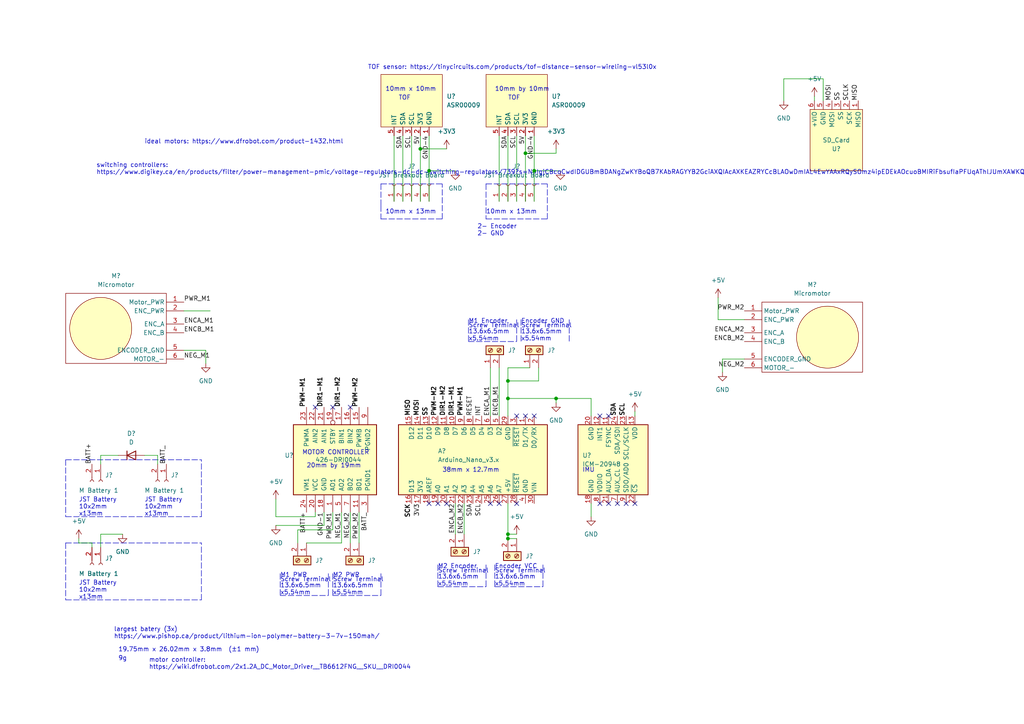
<source format=kicad_sch>
(kicad_sch (version 20211123) (generator eeschema)
  (paper "A4")
  (lib_symbols
    (symbol "Connector:Conn_01x02_Female" (pin_names (offset 1.016) hide)
      (property "Reference" "J" (at 0 2.54 0))
      (property "Value" "Conn_01x02_Female" (at 0 -5.08 0))
      (symbol "Conn_01x02_Female_1_1"
        (arc (start 0 -2.032) (mid -0.508 -2.54) (end 0 -3.048) (stroke (width 0.1524)))
        (polyline (pts (xy -1.27 -2.54) (xy -0.508 -2.54)) (stroke (width 0.1524)))
        (polyline (pts (xy -1.27 0) (xy -0.508 0)) (stroke (width 0.1524)))
        (arc (start 0 0.508) (mid -0.508 0) (end 0 -0.508) (stroke (width 0.1524)))
        (pin passive line (at -5.08 0 0) (length 3.81) (name "Pin_1") (number "1"))
        (pin passive line (at -5.08 -2.54 0) (length 3.81) (name "Pin_2") (number "2"))
      )
    )
    (symbol "Connector:Conn_01x05_Female" (pin_names (offset 1.016) hide)
      (property "Reference" "J" (at 0 7.62 0))
      (property "Value" "Conn_01x05_Female" (at 0 -7.62 0))
      (symbol "Conn_01x05_Female_1_1"
        (arc (start 0 -4.572) (mid -0.508 -5.08) (end 0 -5.588) (stroke (width 0.1524)))
        (arc (start 0 -2.032) (mid -0.508 -2.54) (end 0 -3.048) (stroke (width 0.1524)))
        (polyline (pts (xy -1.27 -5.08) (xy -0.508 -5.08)) (stroke (width 0.1524)))
        (polyline (pts (xy -1.27 -2.54) (xy -0.508 -2.54)) (stroke (width 0.1524)))
        (polyline (pts (xy -1.27 0) (xy -0.508 0)) (stroke (width 0.1524)))
        (polyline (pts (xy -1.27 2.54) (xy -0.508 2.54)) (stroke (width 0.1524)))
        (polyline (pts (xy -1.27 5.08) (xy -0.508 5.08)) (stroke (width 0.1524)))
        (arc (start 0 0.508) (mid -0.508 0) (end 0 -0.508) (stroke (width 0.1524)))
        (arc (start 0 3.048) (mid -0.508 2.54) (end 0 2.032) (stroke (width 0.1524)))
        (arc (start 0 5.588) (mid -0.508 5.08) (end 0 4.572) (stroke (width 0.1524)))
        (pin passive line (at -5.08 5.08 0) (length 3.81) (name "Pin_1") (number "1"))
        (pin passive line (at -5.08 2.54 0) (length 3.81) (name "Pin_2") (number "2"))
        (pin passive line (at -5.08 0 0) (length 3.81) (name "Pin_3") (number "3"))
        (pin passive line (at -5.08 -2.54 0) (length 3.81) (name "Pin_4") (number "4"))
        (pin passive line (at -5.08 -5.08 0) (length 3.81) (name "Pin_5") (number "5"))
      )
    )
    (symbol "Connector:Screw_Terminal_01x02" (pin_names (offset 1.016) hide)
      (property "Reference" "J" (at 0 2.54 0))
      (property "Value" "Screw_Terminal_01x02" (at 0 -5.08 0))
      (symbol "Screw_Terminal_01x02_1_1"
        (rectangle (start -1.27 1.27) (end 1.27 -3.81) (stroke (width 0.254)) (fill (type background)))
        (circle (center 0 -2.54) (radius 0.635) (stroke (width 0.1524)))
        (polyline (pts (xy -0.5334 -2.2098) (xy 0.3302 -3.048)) (stroke (width 0.1524)))
        (polyline (pts (xy -0.5334 0.3302) (xy 0.3302 -0.508)) (stroke (width 0.1524)))
        (polyline (pts (xy -0.3556 -2.032) (xy 0.508 -2.8702)) (stroke (width 0.1524)))
        (polyline (pts (xy -0.3556 0.508) (xy 0.508 -0.3302)) (stroke (width 0.1524)))
        (circle (center 0 0) (radius 0.635) (stroke (width 0.1524)))
        (pin passive line (at -5.08 0 0) (length 3.81) (name "Pin_1") (number "1"))
        (pin passive line (at -5.08 -2.54 0) (length 3.81) (name "Pin_2") (number "2"))
      )
    )
    (symbol "Device:D" (pin_numbers hide) (pin_names (offset 1.016) hide)
      (property "Reference" "D" (at 0 2.54 0))
      (property "Value" "D" (at 0 -2.54 0))
      (symbol "D_0_1"
        (polyline (pts (xy -1.27 1.27) (xy -1.27 -1.27)) (stroke (width 0.254)))
        (polyline (pts (xy 1.27 0) (xy -1.27 0)))
        (polyline (pts (xy 1.27 1.27) (xy 1.27 -1.27) (xy -1.27 0) (xy 1.27 1.27)) (stroke (width 0.254)))
      )
      (symbol "D_1_1"
        (pin passive line (at -3.81 0 0) (length 2.54) (name "K") (number "1"))
        (pin passive line (at 3.81 0 180) (length 2.54) (name "A") (number "2"))
      )
    )
    (symbol "Driver_Motor:TB6612FNG" (pin_names (offset 1.016))
      (property "Reference" "U?" (at -1.27 25.4 0))
      (property "Value" "TB6612FNG" (at -4.3306 22.86 0))
      (symbol "TB6612FNG_0_1"
        (rectangle (start -10.16 20.32) (end 10.16 -3.81) (stroke (width 0.254)) (fill (type background)))
      )
      (symbol "TB6612FNG_1_1"
        (pin output line (at -15.24 8.89 0) (length 5.08) (name "AO1") (number "1"))
        (pin passive line (at 15.24 -1.27 180) (length 5.08) hide (name "PGND2") (number "10"))
        (pin output line (at -15.24 1.27 0) (length 5.08) (name "BO1") (number "11"))
        (pin passive line (at -15.24 1.27 0) (length 5.08) hide (name "BO1") (number "12"))
        (pin input line (at 15.24 1.27 180) (length 5.08) (name "PWMB") (number "15"))
        (pin input line (at 15.24 3.81 180) (length 5.08) (name "BIN2") (number "16"))
        (pin input line (at 15.24 6.35 180) (length 5.08) (name "BIN1") (number "17"))
        (pin power_in line (at -15.24 11.43 0) (length 5.08) (name "GND") (number "18"))
        (pin input inverted (at 15.24 8.89 180) (length 5.08) (name "STBY") (number "19"))
        (pin passive line (at -15.24 8.89 0) (length 5.08) hide (name "AO1") (number "2"))
        (pin power_in line (at -15.24 13.97 0) (length 5.08) (name "VCC") (number "20"))
        (pin input line (at 15.24 11.43 180) (length 5.08) (name "AIN1") (number "21"))
        (pin input line (at 15.24 13.97 180) (length 5.08) (name "AIN2") (number "22"))
        (pin input line (at 15.24 16.51 180) (length 5.08) (name "PWMA") (number "23"))
        (pin power_in line (at -15.24 16.51 0) (length 5.08) (name "VM1") (number "24"))
        (pin power_in line (at -15.24 -1.27 0) (length 5.08) (name "PGND1") (number "3"))
        (pin passive line (at -15.24 -1.27 0) (length 5.08) hide (name "PGND1") (number "4"))
        (pin output line (at -15.24 6.35 0) (length 5.08) (name "AO2") (number "5"))
        (pin passive line (at -15.24 6.35 0) (length 5.08) hide (name "AO2") (number "6"))
        (pin output line (at -15.24 3.81 0) (length 5.08) (name "BO2") (number "7"))
        (pin passive line (at -15.24 3.81 0) (length 5.08) hide (name "BO2") (number "8"))
        (pin power_in line (at 15.24 -1.27 180) (length 5.08) (name "PGND2") (number "9"))
      )
    )
    (symbol "MCU_Module:Arduino_Nano_v3.x"
      (property "Reference" "A?" (at -1.27 26.67 0))
      (property "Value" "Arduino_Nano_v3.x" (at -9.4106 24.13 0))
      (symbol "Arduino_Nano_v3.x_0_1"
        (rectangle (start -10.16 22.86) (end 10.16 -20.32) (stroke (width 0.254)) (fill (type background)))
      )
      (symbol "Arduino_Nano_v3.x_1_1"
        (pin bidirectional line (at 12.7 -13.97 180) (length 2.54) (name "D1/TX") (number "1"))
        (pin bidirectional line (at 12.7 6.35 180) (length 2.54) (name "D7") (number "10"))
        (pin bidirectional line (at 12.7 8.89 180) (length 2.54) (name "D8") (number "11"))
        (pin bidirectional line (at 12.7 11.43 180) (length 2.54) (name "D9") (number "12"))
        (pin bidirectional line (at 12.7 13.97 180) (length 2.54) (name "D10") (number "13"))
        (pin bidirectional line (at 12.7 16.51 180) (length 2.54) (name "D11") (number "14"))
        (pin bidirectional line (at 12.7 19.05 180) (length 2.54) (name "D12") (number "15"))
        (pin bidirectional line (at -12.7 19.05 0) (length 2.54) (name "D13") (number "16"))
        (pin power_out line (at -12.7 16.51 0) (length 2.54) (name "3V3") (number "17"))
        (pin input line (at -12.7 13.97 0) (length 2.54) (name "AREF") (number "18"))
        (pin bidirectional line (at -12.7 11.43 0) (length 2.54) (name "A0") (number "19"))
        (pin bidirectional line (at 12.7 -16.51 180) (length 2.54) (name "D0/RX") (number "2"))
        (pin bidirectional line (at -12.7 8.89 0) (length 2.54) (name "A1") (number "20"))
        (pin bidirectional line (at -12.7 6.35 0) (length 2.54) (name "A2") (number "21"))
        (pin bidirectional line (at -12.7 3.81 0) (length 2.54) (name "A3") (number "22"))
        (pin bidirectional line (at -12.7 1.27 0) (length 2.54) (name "A4") (number "23"))
        (pin bidirectional line (at -12.7 -1.27 0) (length 2.54) (name "A5") (number "24"))
        (pin bidirectional line (at -12.7 -3.81 0) (length 2.54) (name "A6") (number "25"))
        (pin bidirectional line (at -12.7 -6.35 0) (length 2.54) (name "A7") (number "26"))
        (pin power_out line (at -12.7 -8.89 0) (length 2.54) (name "+5V") (number "27"))
        (pin input line (at -12.7 -11.43 0) (length 2.54) (name "~{RESET}") (number "28"))
        (pin power_in line (at 12.7 -8.89 180) (length 2.54) (name "GND") (number "29"))
        (pin input line (at 12.7 -11.43 180) (length 2.54) (name "~{RESET}") (number "3"))
        (pin power_in line (at -12.7 -16.51 0) (length 2.54) (name "VIN") (number "30"))
        (pin power_in line (at -12.7 -13.97 0) (length 2.54) (name "GND") (number "4"))
        (pin bidirectional line (at 12.7 -6.35 180) (length 2.54) (name "D2") (number "5"))
        (pin bidirectional line (at 12.7 -3.81 180) (length 2.54) (name "D3") (number "6"))
        (pin bidirectional line (at 12.7 -1.27 180) (length 2.54) (name "D4") (number "7"))
        (pin bidirectional line (at 12.7 1.27 180) (length 2.54) (name "D5") (number "8"))
        (pin bidirectional line (at 12.7 3.81 180) (length 2.54) (name "D6") (number "9"))
      )
    )
    (symbol "Sensor_Motion:ICM-20948"
      (property "Reference" "U?" (at 2.0194 -17.78 0))
      (property "Value" "ICM-20948" (at 2.0194 -20.32 0))
      (symbol "ICM-20948_0_1"
        (rectangle (start -10.16 13.97) (end 10.16 -6.35) (stroke (width 0.254)) (fill (type background)))
      )
      (symbol "ICM-20948_1_1"
        (pin no_connect line (at -10.16 12.7 0) (length 2.54) hide (name "NC") (number "1"))
        (pin input line (at 12.7 5.08 180) (length 2.54) (name "FSYNC") (number "11"))
        (pin output line (at 12.7 7.62 180) (length 2.54) (name "INT1") (number "12"))
        (pin power_in line (at 12.7 -2.54 180) (length 2.54) (name "VDD") (number "13"))
        (pin no_connect line (at 10.16 7.62 180) (length 2.54) hide (name "NC") (number "14"))
        (pin no_connect line (at 10.16 5.08 180) (length 2.54) hide (name "NC") (number "15"))
        (pin no_connect line (at 10.16 -7.62 180) (length 2.54) hide (name "NC") (number "16"))
        (pin no_connect line (at 10.16 -10.16 180) (length 2.54) hide (name "NC") (number "17"))
        (pin power_in line (at -12.7 10.16 0) (length 2.54) (name "GND") (number "18"))
        (pin no_connect line (at 10.16 -12.7 180) (length 2.54) hide (name "RESV") (number "19"))
        (pin no_connect line (at -10.16 10.16 0) (length 2.54) hide (name "NC") (number "2"))
        (pin passive line (at 12.7 10.16 180) (length 2.54) (name "GND") (number "20"))
        (pin bidirectional line (at -12.7 5.08 0) (length 2.54) (name "AUX_DA") (number "21"))
        (pin input line (at -12.7 -2.54 0) (length 2.54) (name "~{CS}") (number "22"))
        (pin input line (at 12.7 0 180) (length 2.54) (name "SCL/SCLK") (number "23"))
        (pin bidirectional line (at 12.7 2.54 180) (length 2.54) (name "SDA/SDI") (number "24"))
        (pin no_connect line (at -10.16 -2.54 0) (length 2.54) hide (name "NC") (number "3"))
        (pin no_connect line (at -10.16 -10.16 0) (length 2.54) hide (name "NC") (number "4"))
        (pin no_connect line (at -10.16 -12.7 0) (length 2.54) hide (name "NC") (number "5"))
        (pin no_connect line (at 10.16 10.16 180) (length 2.54) hide (name "NC") (number "6"))
        (pin output line (at -12.7 2.54 0) (length 2.54) (name "AUX_CL") (number "7"))
        (pin power_in line (at -12.7 7.62 0) (length 2.54) (name "VDDIO") (number "8"))
        (pin bidirectional line (at -12.7 0 0) (length 2.54) (name "SDO/AD0") (number "9"))
      )
    )
    (symbol "power:+3V3" (power) (pin_names (offset 0))
      (property "Value" "+3V3" (at 0 3.556 0))
      (symbol "+3V3_0_1"
        (polyline (pts (xy -0.762 1.27) (xy 0 2.54)))
        (polyline (pts (xy 0 0) (xy 0 2.54)))
        (polyline (pts (xy 0 2.54) (xy 0.762 1.27)))
      )
      (symbol "+3V3_1_1"
        (pin power_in line (at 0 0 90) (length 0) hide (name "+3V3") (number "1"))
      )
    )
    (symbol "power:+5V" (power) (pin_names (offset 0))
      (property "Value" "+5V" (at 0 3.556 0))
      (symbol "+5V_0_1"
        (polyline (pts (xy -0.762 1.27) (xy 0 2.54)))
        (polyline (pts (xy 0 0) (xy 0 2.54)))
        (polyline (pts (xy 0 2.54) (xy 0.762 1.27)))
      )
      (symbol "+5V_1_1"
        (pin power_in line (at 0 0 90) (length 0) hide (name "+5V") (number "1"))
      )
    )
    (symbol "power:GND" (power) (pin_names (offset 0))
      (property "Value" "GND" (at 0 -3.81 0))
      (symbol "GND_0_1"
        (polyline (pts (xy 0 0) (xy 0 -1.27) (xy 1.27 -1.27) (xy 0 -2.54) (xy -1.27 -1.27) (xy 0 -1.27)))
      )
      (symbol "GND_1_1"
        (pin power_in line (at 0 0 270) (length 0) hide (name "GND") (number "1"))
      )
    )
    (symbol "rogallo_wing_test_lib:ASR00009"
      (property "Reference" "U" (at -6.35 -7.62 90))
      (property "Value" "ASR00009" (at -8.89 -7.62 90))
      (symbol "ASR00009_0_1"
        (rectangle (start -11.43 1.27) (end 3.81 -16.51) (fill (type background)))
      )
      (symbol "ASR00009_1_1"
        (pin input line (at 6.35 -2.54 180) (length 2.54) (name "GND") (number "1"))
        (pin input line (at 6.35 -5.08 180) (length 2.54) (name "3V3") (number "2"))
        (pin input line (at 6.35 -7.62 180) (length 2.54) (name "SCL") (number "3"))
        (pin input line (at 6.35 -10.16 180) (length 2.54) (name "SDA") (number "4"))
        (pin input line (at 6.35 -12.7 180) (length 2.54) (name "INT") (number "5"))
      )
    )
    (symbol "rogallo_wing_test_lib:Micromotor"
      (property "Reference" "M" (at -5.08 -1.27 0))
      (property "Value" "Micromotor" (at -5.08 1.27 0))
      (symbol "Micromotor_0_1"
        (rectangle (start -21.59 -3.81) (end 7.62 -24.13))
        (circle (center -11.43 -13.97) (radius 8.9803) (fill (type background)))
      )
      (symbol "Micromotor_1_1"
        (pin input line (at 12.7 -6.35 180) (length 5.08) (name "Motor_PWR") (number "1"))
        (pin input line (at 12.7 -8.89 180) (length 5.08) (name "ENC_PWR") (number "2"))
        (pin input line (at 12.7 -12.7 180) (length 5.08) (name "ENC_A") (number "3"))
        (pin input line (at 12.7 -15.24 180) (length 5.08) (name "ENC_B") (number "4"))
        (pin input line (at 12.7 -20.32 180) (length 5.08) (name "ENCODER_GND") (number "5"))
        (pin input line (at 12.7 -22.86 180) (length 5.08) (name "MOTOR_-") (number "6"))
      )
    )
    (symbol "rogallo_wing_test_lib:SD_Card"
      (property "Reference" "U?" (at -22.86 -5.08 0))
      (property "Value" "SD_Card" (at -20.32 -5.08 0))
      (symbol "SD_Card_0_1"
        (rectangle (start -3.81 -2.54) (end 13.97 -17.78) (fill (type background)))
      )
      (symbol "SD_Card_1_1"
        (pin input line (at -6.35 -3.81 0) (length 2.54) (name "MISO") (number "1"))
        (pin input line (at -6.35 -6.35 0) (length 2.54) (name "SCK") (number "2"))
        (pin input line (at -6.35 -8.89 0) (length 2.54) (name "SS") (number "3"))
        (pin input line (at -6.35 -11.43 0) (length 2.54) (name "MOSI") (number "4"))
        (pin input line (at -6.35 -13.97 0) (length 2.54) (name "GND") (number "5"))
        (pin input line (at -6.35 -16.51 0) (length 2.54) (name "+VIO") (number "6"))
      )
    )
  )
  (junction (at 147.32 156.21))
  (junction (at 154.94 49.53))
  (junction (at 152.4 44.45))
  (junction (at 161.29 115.57))
  (junction (at 147.32 115.57))
  (junction (at 121.92 43.18))
  (junction (at 147.32 110.49))
  (junction (at 124.46 49.53))
  (junction (at 147.32 154.94))
  (no_connect (at 176.53 120.65))
  (no_connect (at 144.78 146.05))
  (no_connect (at 176.53 146.05))
  (no_connect (at 173.99 146.05))
  (no_connect (at 173.99 120.65))
  (no_connect (at 96.52 118.11))
  (no_connect (at 101.6 118.11))
  (no_connect (at 184.15 146.05))
  (no_connect (at 179.07 146.05))
  (no_connect (at 181.61 146.05))
  (no_connect (at 149.86 146.05))
  (no_connect (at 127 146.05))
  (no_connect (at 152.4 120.65))
  (no_connect (at 124.46 146.05))
  (no_connect (at 142.24 146.05))
  (no_connect (at 129.54 146.05))
  (no_connect (at 91.44 118.11))
  (no_connect (at 154.94 120.65))
  (no_connect (at 149.86 120.65))
  (wire (pts (xy 147.32 154.94) (xy 149.86 154.94)))
  (polyline (pts (xy 135.89 92.71) (xy 135.89 99.06)))
  (polyline (pts (xy 19.05 157.48) (xy 19.05 173.99)))
  (wire (pts (xy 156.21 110.49) (xy 147.32 110.49)))
  (polyline (pts (xy 19.05 133.35) (xy 19.05 149.86)))
  (wire (pts (xy 45.72 134.62) (xy 45.72 132.08)))
  (wire (pts (xy 147.32 156.21) (xy 147.32 154.94)))
  (polyline (pts (xy 140.97 63.5) (xy 158.75 63.5)))
  (polyline (pts (xy 127 163.83) (xy 127 170.18)))
  (wire (pts (xy 26.67 157.48) (xy 22.86 157.48)))
  (wire (pts (xy 147.32 120.65) (xy 147.32 115.57)))
  (wire (pts (xy 149.86 39.37) (xy 149.86 58.42)))
  (wire (pts (xy 144.78 106.68) (xy 144.78 120.65)))
  (polyline (pts (xy 127 170.18) (xy 140.97 170.18)))
  (wire (pts (xy 152.4 44.45) (xy 152.4 58.42)))
  (polyline (pts (xy 140.97 53.34) (xy 140.97 63.5)))
  (wire (pts (xy 80.01 144.78) (xy 80.01 149.86)))
  (polyline (pts (xy 143.51 163.83) (xy 143.51 170.18)))
  (polyline (pts (xy 140.97 163.83) (xy 140.97 170.18)))
  (polyline (pts (xy 19.05 149.86) (xy 58.42 149.86)))
  (wire (pts (xy 104.14 148.59) (xy 104.14 157.48)))
  (polyline (pts (xy 96.52 166.37) (xy 96.52 172.72)))
  (wire (pts (xy 96.52 153.67) (xy 96.52 148.59)))
  (polyline (pts (xy 110.49 59.69) (xy 110.49 63.5)))
  (wire (pts (xy 121.92 43.18) (xy 129.54 43.18)))
  (polyline (pts (xy 96.52 172.72) (xy 110.49 172.72)))
  (polyline (pts (xy 157.48 163.83) (xy 157.48 170.18)))
  (wire (pts (xy 124.46 49.53) (xy 124.46 58.42)))
  (wire (pts (xy 29.21 132.08) (xy 29.21 134.62)))
  (wire (pts (xy 101.6 148.59) (xy 101.6 157.48)))
  (polyline (pts (xy 110.49 63.5) (xy 128.27 63.5)))
  (wire (pts (xy 59.69 101.6) (xy 53.34 101.6)))
  (wire (pts (xy 171.45 146.05) (xy 171.45 149.86)))
  (wire (pts (xy 154.94 39.37) (xy 154.94 49.53)))
  (polyline (pts (xy 128.27 63.5) (xy 128.27 53.34)))
  (wire (pts (xy 152.4 39.37) (xy 152.4 44.45)))
  (polyline (pts (xy 110.49 53.34) (xy 110.49 59.69)))
  (wire (pts (xy 147.32 154.94) (xy 147.32 146.05)))
  (wire (pts (xy 99.06 157.48) (xy 99.06 148.59)))
  (polyline (pts (xy 143.51 170.18) (xy 157.48 170.18)))
  (wire (pts (xy 124.46 49.53) (xy 132.08 49.53)))
  (polyline (pts (xy 19.05 157.48) (xy 58.42 157.48)))
  (wire (pts (xy 34.29 132.08) (xy 29.21 132.08)))
  (wire (pts (xy 114.3 39.37) (xy 114.3 58.42)))
  (polyline (pts (xy 149.86 92.71) (xy 149.86 99.06)))
  (wire (pts (xy 132.08 146.05) (xy 132.08 154.94)))
  (wire (pts (xy 147.32 115.57) (xy 161.29 115.57)))
  (wire (pts (xy 93.98 148.59) (xy 93.98 152.4)))
  (wire (pts (xy 45.72 132.08) (xy 41.91 132.08)))
  (wire (pts (xy 147.32 106.68) (xy 153.67 106.68)))
  (wire (pts (xy 53.34 90.17) (xy 60.96 90.17)))
  (polyline (pts (xy 81.28 172.72) (xy 95.25 172.72)))
  (wire (pts (xy 59.69 105.41) (xy 59.69 101.6)))
  (wire (pts (xy 171.45 115.57) (xy 161.29 115.57)))
  (polyline (pts (xy 58.42 149.86) (xy 58.42 133.35)))
  (polyline (pts (xy 158.75 63.5) (xy 158.75 53.34)))
  (wire (pts (xy 88.9 157.48) (xy 99.06 157.48)))
  (polyline (pts (xy 19.05 173.99) (xy 58.42 173.99)))
  (polyline (pts (xy 81.28 166.37) (xy 81.28 172.72)))
  (wire (pts (xy 91.44 149.86) (xy 80.01 149.86)))
  (wire (pts (xy 86.36 153.67) (xy 86.36 157.48)))
  (wire (pts (xy 116.84 39.37) (xy 116.84 58.42)))
  (wire (pts (xy 29.21 158.75) (xy 29.21 154.94)))
  (polyline (pts (xy 19.05 133.35) (xy 58.42 133.35)))
  (polyline (pts (xy 165.1 92.71) (xy 165.1 99.06)))
  (wire (pts (xy 29.21 154.94) (xy 35.56 154.94)))
  (wire (pts (xy 147.32 110.49) (xy 147.32 106.68)))
  (wire (pts (xy 236.22 27.94) (xy 236.22 29.21)))
  (wire (pts (xy 119.38 39.37) (xy 119.38 58.42)))
  (wire (pts (xy 154.94 49.53) (xy 154.94 58.42)))
  (wire (pts (xy 26.67 158.75) (xy 26.67 157.48)))
  (wire (pts (xy 147.32 39.37) (xy 147.32 58.42)))
  (wire (pts (xy 184.15 119.38) (xy 184.15 120.65)))
  (wire (pts (xy 91.44 148.59) (xy 91.44 149.86)))
  (polyline (pts (xy 58.42 173.99) (xy 58.42 157.48)))
  (wire (pts (xy 209.55 107.95) (xy 209.55 104.14)))
  (wire (pts (xy 134.62 146.05) (xy 134.62 154.94)))
  (wire (pts (xy 227.33 22.86) (xy 227.33 29.21)))
  (polyline (pts (xy 140.97 53.34) (xy 158.75 53.34)))
  (wire (pts (xy 215.9 92.71) (xy 208.28 92.71)))
  (wire (pts (xy 121.92 43.18) (xy 121.92 58.42)))
  (wire (pts (xy 121.92 39.37) (xy 121.92 43.18)))
  (wire (pts (xy 161.29 115.57) (xy 161.29 116.84)))
  (wire (pts (xy 142.24 106.68) (xy 142.24 120.65)))
  (wire (pts (xy 96.52 153.67) (xy 86.36 153.67)))
  (wire (pts (xy 156.21 106.68) (xy 156.21 110.49)))
  (wire (pts (xy 161.29 44.45) (xy 161.29 43.18)))
  (wire (pts (xy 124.46 39.37) (xy 124.46 49.53)))
  (polyline (pts (xy 151.13 92.71) (xy 151.13 99.06)))
  (wire (pts (xy 208.28 86.36) (xy 208.28 92.71)))
  (wire (pts (xy 154.94 49.53) (xy 162.56 49.53)))
  (wire (pts (xy 144.78 39.37) (xy 144.78 58.42)))
  (wire (pts (xy 171.45 120.65) (xy 171.45 115.57)))
  (wire (pts (xy 149.86 156.21) (xy 147.32 156.21)))
  (wire (pts (xy 80.01 152.4) (xy 93.98 152.4)))
  (wire (pts (xy 238.76 29.21) (xy 238.76 22.86)))
  (polyline (pts (xy 110.49 166.37) (xy 110.49 172.72)))
  (wire (pts (xy 209.55 104.14) (xy 215.9 104.14)))
  (wire (pts (xy 238.76 22.86) (xy 227.33 22.86)))
  (polyline (pts (xy 110.49 53.34) (xy 128.27 53.34)))
  (wire (pts (xy 147.32 115.57) (xy 147.32 110.49)))
  (wire (pts (xy 152.4 44.45) (xy 161.29 44.45)))
  (wire (pts (xy 22.86 157.48) (xy 22.86 156.21)))
  (polyline (pts (xy 135.89 99.06) (xy 149.86 99.06)))
  (polyline (pts (xy 95.25 166.37) (xy 95.25 172.72)))
  (text "38mm x 12.7mm" (at 128.27 137.16 0) (effects (font (size 1.27 1.27)) (justify left bottom)))
  (text "13.6x6.5mm\nx5.54mm" (at 143.51 170.18 0) (effects (font (size 1.27 1.27)) (justify left bottom)))
  (text "Screw Terminal" (at 135.89 95.25 0) (effects (font (size 1.27 1.27)) (justify left bottom)))
  (text "M1 Encoder" (at 135.89 93.98 0) (effects (font (size 1.27 1.27)) (justify left bottom)))
  (text "M2 PWR" (at 96.52 167.64 0) (effects (font (size 1.27 1.27)) (justify left bottom)))
  (text "10mm by 10mm" (at 143.51 26.67 0) (effects (font (size 1.27 1.27)) (justify left bottom)))
  (text "TOF" (at 115.57 29.21 0) (effects (font (size 1.27 1.27)) (justify left bottom)))
  (text "19.75mm x 26.02mm x 3.8mm  (±1 mm)" (at 34.29 189.23 0) (effects (font (size 1.27 1.27)) (justify left bottom)))
  (text "Screw Terminal" (at 96.52 168.91 0) (effects (font (size 1.27 1.27)) (justify left bottom)))
  (text "JST Battery\n10x2mm\nx13mm" (at 22.86 149.86 0) (effects (font (size 1.27 1.27)) (justify left bottom)))
  (text "9g" (at 34.29 191.77 0) (effects (font (size 1.27 1.27)) (justify left bottom)))
  (text "JST Battery\n10x2mm\nx13mm" (at 41.91 149.86 0) (effects (font (size 1.27 1.27)) (justify left bottom)))
  (text "13.6x6.5mm\nx5.54mm" (at 81.28 172.72 0) (effects (font (size 1.27 1.27)) (justify left bottom)))
  (text "20mm by 19mm" (at 88.9 135.89 0) (effects (font (size 1.27 1.27)) (justify left bottom)))
  (text "Screw Terminal" (at 151.13 95.25 0) (effects (font (size 1.27 1.27)) (justify left bottom)))
  (text "TOF sensor: https://tinycircuits.com/products/tof-distance-sensor-wireling-vl53l0x" (at 106.68 20.32 0) (effects (font (size 1.27 1.27)) (justify left bottom)))
  (text "10mm x 13mm" (at 111.76 62.23 0) (effects (font (size 1.27 1.27)) (justify left bottom)))
  (text "switching controllers: \nhttps://www.digikey.ca/en/products/filter/power-management-pmic/voltage-regulators-dc-dc-switching-regulators/739?s=N4IgjCBcoCwdIDGUBmBDANgZwKYBoQB7KAbRAGYYB2GciAXQIAcAXKEAZRYCcBLAOwDmIAL4EwYAAxRQySOmz4ipEDEkAOcuoBMIRiFbsufIaPFUqAThlJUmXAWKQy2mJYCsANiogC2z%2B7Sfm5gVAzMbJCcPALCYiAAtLoIcjwArkpOZO56InlAA" (at 27.94 50.8 0) (effects (font (size 1.27 1.27)) (justify left bottom)))
  (text "ideal motors: https://www.dfrobot.com/product-1432.html" (at 41.91 41.91 0) (effects (font (size 1.27 1.27)) (justify left bottom)))
  (text "Encoder GND" (at 151.13 93.98 0) (effects (font (size 1.27 1.27)) (justify left bottom)))
  (text "13.6x6.5mm\nx5.54mm" (at 151.13 99.06 0) (effects (font (size 1.27 1.27)) (justify left bottom)))
  (text "Encoder VCC" (at 143.51 165.1 0) (effects (font (size 1.27 1.27)) (justify left bottom)))
  (text "IMU" (at 168.91 137.16 0) (effects (font (size 1.27 1.27)) (justify left bottom)))
  (text "10mm x 10mm" (at 111.76 26.67 0) (effects (font (size 1.27 1.27)) (justify left bottom)))
  (text "M2 Encoder" (at 127 165.1 0) (effects (font (size 1.27 1.27)) (justify left bottom)))
  (text "Screw Terminal" (at 127 166.37 0) (effects (font (size 1.27 1.27)) (justify left bottom)))
  (text "10mm x 13mm" (at 140.97 62.23 0) (effects (font (size 1.27 1.27)) (justify left bottom)))
  (text "TOF" (at 147.32 29.21 0) (effects (font (size 1.27 1.27)) (justify left bottom)))
  (text "JST Battery\n10x2mm\nx13mm" (at 22.86 173.99 0) (effects (font (size 1.27 1.27)) (justify left bottom)))
  (text "M1 PWR" (at 81.28 167.64 0) (effects (font (size 1.27 1.27)) (justify left bottom)))
  (text "motor controller: \nhttps://wiki.dfrobot.com/2x1.2A_DC_Motor_Driver__TB6612FNG__SKU__DRI0044" (at 43.18 194.31 0) (effects (font (size 1.27 1.27)) (justify left bottom)))
  (text "2- Encoder\n2- GND" (at 138.43 68.58 0) (effects (font (size 1.27 1.27)) (justify left bottom)))
  (text "largest batery (3x)\nhttps://www.pishop.ca/product/lithium-ion-polymer-battery-3-7v-150mah/ " (at 33.02 185.42 0) (effects (font (size 1.27 1.27)) (justify left bottom)))
  (text "Screw Terminal" (at 143.51 166.37 0) (effects (font (size 1.27 1.27)) (justify left bottom)))
  (text "13.6x6.5mm\nx5.54mm" (at 96.52 172.72 0) (effects (font (size 1.27 1.27)) (justify left bottom)))
  (text "MOTOR CONTROLLER" (at 87.63 132.08 0) (effects (font (size 1.27 1.27)) (justify left bottom)))
  (text "Screw Terminal" (at 81.28 168.91 0) (effects (font (size 1.27 1.27)) (justify left bottom)))
  (text "13.6x6.5mm\nx5.54mm" (at 127 170.18 0) (effects (font (size 1.27 1.27)) (justify left bottom)))
  (text "13.6x6.5mm\nx5.54mm" (at 135.89 99.06 0) (effects (font (size 1.27 1.27)) (justify left bottom)))
  (label "MOSI" (at 241.3 29.21 90))
  (label "DIR1-M1" (at 132.08 120.65 90) (effects (font (thickness 0.254) bold)))
  (label "DIR1-M2" (at 129.54 120.65 90) (effects (font (thickness 0.254) bold)))
  (label "SS" (at 124.46 120.65 90) (effects (font (thickness 0.254) bold)))
  (label "NEG_M2" (at 215.9 106.68 180))
  (label "PWM-M1" (at 88.9 118.11 90) (effects (font (thickness 0.254) bold)))
  (label "ENCA_M1" (at 142.24 120.65 90))
  (label "PWM-M1" (at 134.62 120.65 90) (effects (font (thickness 0.254) bold)))
  (label "NEG_M1" (at 53.34 104.14 0))
  (label "GND-1" (at 93.98 148.59 270))
  (label "NEG_M2" (at 101.6 148.59 270))
  (label "GND-4" (at 154.94 39.37 270))
  (label "GND-4" (at 124.46 39.37 270))
  (label "PWM-M2" (at 127 120.65 90) (effects (font (thickness 0.254) bold)))
  (label "ENCA_M1" (at 53.34 93.98 0))
  (label "PWM-M2" (at 104.14 118.11 90) (effects (font (thickness 0.254) bold)))
  (label "RESET" (at 137.16 120.65 90))
  (label "SCL" (at 139.7 146.05 270))
  (label "MOSI" (at 121.92 120.65 90) (effects (font (thickness 0.254) bold)))
  (label "ENCB_M1" (at 53.34 96.52 0))
  (label "MISO" (at 248.92 29.21 90))
  (label "3V3" (at 121.92 146.05 270))
  (label "PWR_M2" (at 104.14 148.59 270))
  (label "SCLK" (at 246.38 29.21 90))
  (label "ENCB_M1" (at 144.78 120.65 90))
  (label "BATT+" (at 26.67 134.62 90))
  (label "5V" (at 152.4 39.37 270))
  (label "PWR_M2" (at 215.9 90.17 180))
  (label "ENCA_M2" (at 132.08 146.05 270))
  (label "ENCB_M2" (at 134.62 146.05 270))
  (label "SDA" (at 137.16 146.05 270))
  (label "SDA" (at 116.84 39.37 270))
  (label "ENCA_M2" (at 215.9 96.52 180))
  (label "5V" (at 121.92 39.37 270))
  (label "DIR1-M1" (at 93.98 118.11 90) (effects (font (thickness 0.254) bold)))
  (label "SDA" (at 147.32 39.37 270))
  (label "SS" (at 243.84 29.21 90))
  (label "SCL" (at 149.86 39.37 270))
  (label "BATT_" (at 48.26 134.62 90))
  (label "DIR1-M2" (at 99.06 118.11 90) (effects (font (thickness 0.254) bold)))
  (label "NEG_M1" (at 99.06 148.59 270))
  (label "SCL" (at 181.61 120.65 90) (effects (font (thickness 0.254) bold)))
  (label "PWR_M1" (at 96.52 148.59 270))
  (label "ENCB_M2" (at 215.9 99.06 180))
  (label "SCK" (at 119.38 146.05 270) (effects (font (thickness 0.254) bold)))
  (label "MISO" (at 119.38 120.65 90) (effects (font (thickness 0.254) bold)))
  (label "SDA" (at 179.07 120.65 90) (effects (font (thickness 0.254) bold)))
  (label "PWR_M1" (at 53.34 87.63 0))
  (label "SCL" (at 119.38 39.37 270))
  (label "INT" (at 139.7 120.65 90))
  (label "BATT_" (at 106.68 148.59 270))
  (label "BATT+" (at 88.9 148.59 270))
  (symbol (lib_id "power:GND") (at 35.56 154.94 0) (unit 1)
    (property "Reference" "#PWR?" (effects hide))
    (property "Value" "GND" (at 35.56 160.02 0))
  )
  (symbol (lib_id "power:GND") (at 80.01 152.4 0) (unit 1)
    (property "Reference" "#PWR?" (effects hide))
    (property "Value" "GND" (at 80.01 157.48 0))
  )
  (symbol (lib_id "rogallo_wing_test_lib:ASR00009") (at 127 33.02 270) (unit 1)
    (property "Reference" "U?" (at 129.54 27.9399 90) (effects (justify left)))
    (property "Value" "ASR00009" (at 129.54 30.4799 90) (effects (justify left)))
  )
  (symbol (lib_id "Connector:Screw_Terminal_01x02") (at 88.9 162.56 270) (unit 1)
    (property "Reference" "J?" (at 91.44 162.5599 90) (effects (justify left)))
    (property "Value" "Screw_Terminal_01x02" (effects hide))
  )
  (symbol (lib_id "Device:D") (at 38.1 132.08 0) (unit 1)
    (property "Reference" "D?" (at 38.1 125.73 0))
    (property "Value" "D" (at 38.1 128.27 0))
  )
  (symbol (lib_id "rogallo_wing_test_lib:ASR00009") (at 157.48 33.02 270) (unit 1)
    (property "Reference" "U?" (at 160.02 27.9399 90) (effects (justify left)))
    (property "Value" "ASR00009" (at 160.02 30.4799 90) (effects (justify left)))
  )
  (symbol (lib_id "power:+5V") (at 22.86 156.21 0) (unit 1)
    (property "Reference" "#PWR?" (effects hide))
    (property "Value" "+5V" (at 22.86 151.13 0))
  )
  (symbol (lib_id "Connector:Screw_Terminal_01x02") (at 142.24 101.6 90) (unit 1)
    (property "Reference" "J?" (at 147.32 101.5999 90) (effects (justify right)))
    (property "Value" "Screw_Terminal_01x02" (effects hide))
  )
  (symbol (lib_id "Driver_Motor:TB6612FNG") (at 105.41 133.35 90) (unit 1)
    (property "Reference" "U?" (at 82.55 132.08 90) (effects (justify right)))
    (property "Value" "426-DRI0044 " (at 91.44 133.35 90) (effects (justify right)))
    (property "Datasheet" "https://wiki.dfrobot.com/2x1.2A_DC_Motor_Driver__TB6612FNG__SKU__DRI0044" (effects hide))
  )
  (symbol (lib_id "power:GND") (at 59.69 105.41 0) (unit 1)
    (property "Reference" "#PWR?" (effects hide))
    (property "Value" "GND" (at 59.69 110.49 0))
  )
  (symbol (lib_id "Connector:Screw_Terminal_01x02") (at 149.86 161.29 270) (unit 1)
    (property "Reference" "J?" (at 152.4 161.2899 90) (effects (justify left)))
    (property "Value" "Screw_Terminal_01x02" (effects hide))
  )
  (symbol (lib_id "power:+3V3") (at 161.29 43.18 0) (unit 1)
    (property "Reference" "#PWR?" (effects hide))
    (property "Value" "+3V3" (at 161.29 38.1 0))
  )
  (symbol (lib_id "power:+5V") (at 236.22 27.94 0) (unit 1)
    (property "Reference" "#PWR?" (effects hide))
    (property "Value" "+5V" (at 236.22 22.86 0))
  )
  (symbol (lib_id "MCU_Module:Arduino_Nano_v3.x") (at 138.43 133.35 90) (unit 1)
    (property "Reference" "A?" (at 127 130.81 90) (effects (justify right)))
    (property "Value" "Arduino_Nano_v3.x" (at 127 133.35 90) (effects (justify right)))
    (property "Footprint" "Module:Arduino_Nano" (effects hide))
    (property "Datasheet" "http://www.mouser.com/pdfdocs/Gravitech_Arduino_Nano3_0.pdf" (effects hide))
  )
  (symbol (lib_id "power:GND") (at 161.29 116.84 0) (unit 1)
    (property "Reference" "#PWR?" (effects hide))
    (property "Value" "GND" (at 161.29 121.92 0))
  )
  (symbol (lib_id "power:+5V") (at 149.86 154.94 0) (unit 1)
    (property "Reference" "#PWR?" (effects hide))
    (property "Value" "+5V" (at 149.86 149.86 0))
  )
  (symbol (lib_id "power:+5V") (at 80.01 144.78 0) (unit 1)
    (property "Reference" "#PWR?" (effects hide))
    (property "Value" "+5V" (at 80.01 139.7 0))
  )
  (symbol (lib_id "rogallo_wing_test_lib:SD_Card") (at 252.73 35.56 270) (unit 1)
    (property "Reference" "U?" (at 242.57 43.18 90))
    (property "Value" "SD_Card" (at 242.57 40.64 90))
  )
  (symbol (lib_id "Connector:Conn_01x02_Female") (at 29.21 163.83 270) (unit 1)
    (property "Reference" "J?" (at 30.48 161.9249 90) (effects (justify left)))
    (property "Value" "M Battery 1" (at 22.86 166.37 90) (effects (justify left)))
  )
  (symbol (lib_id "power:GND") (at 132.08 49.53 0) (unit 1)
    (property "Reference" "#PWR?" (effects hide))
    (property "Value" "GND" (at 132.08 54.61 0))
  )
  (symbol (lib_id "Sensor_Motion:ICM-20948") (at 181.61 133.35 90) (unit 1)
    (property "Reference" "U?" (at 168.91 132.08 90) (effects (justify right)))
    (property "Value" "ICM-20948" (at 168.91 134.62 90) (effects (justify right)))
    (property "Datasheet" "https://learn.sparkfun.com/tutorials/sparkfun-9dof-imu-icm-20948-breakout-hookup-guide" (effects hide))
  )
  (symbol (lib_id "Connector:Conn_01x02_Female") (at 48.26 139.7 270) (unit 1)
    (property "Reference" "J?" (at 49.53 137.7949 90) (effects (justify left)))
    (property "Value" "M Battery 1" (at 41.91 142.24 90) (effects (justify left)))
  )
  (symbol (lib_id "Connector:Conn_01x02_Female") (at 29.21 139.7 270) (unit 1)
    (property "Reference" "J?" (at 30.48 137.7949 90) (effects (justify left)))
    (property "Value" "M Battery 1" (at 22.86 142.24 90) (effects (justify left)))
  )
  (symbol (lib_id "Connector:Conn_01x05_Female") (at 149.86 53.34 90) (unit 1)
    (property "Reference" "J?" (at 149.86 48.26 90))
    (property "Value" "JST Breakout Board" (at 149.86 50.8 90))
  )
  (symbol (lib_id "rogallo_wing_test_lib:Micromotor") (at 228.6 83.82 0) (mirror y) (unit 1)
    (property "Reference" "M?" (at 235.585 82.55 0))
    (property "Value" "Micromotor" (at 235.585 85.09 0))
  )
  (symbol (lib_id "power:+5V") (at 208.28 86.36 0) (unit 1)
    (property "Reference" "#PWR?" (effects hide))
    (property "Value" "+5V" (at 208.28 81.28 0))
  )
  (symbol (lib_id "Connector:Conn_01x05_Female") (at 119.38 53.34 90) (unit 1)
    (property "Reference" "J?" (at 119.38 48.26 90))
    (property "Value" "JST Breakout Board" (at 119.38 50.8 90))
  )
  (symbol (lib_id "power:+5V") (at 184.15 119.38 0) (unit 1)
    (property "Reference" "#PWR?" (effects hide))
    (property "Value" "+5V" (at 184.15 114.3 0))
  )
  (symbol (lib_id "Connector:Screw_Terminal_01x02") (at 134.62 160.02 270) (unit 1)
    (property "Reference" "J?" (at 137.16 160.0199 90) (effects (justify left)))
    (property "Value" "Screw_Terminal_01x02" (effects hide))
  )
  (symbol (lib_id "rogallo_wing_test_lib:Micromotor") (at 40.64 81.28 0) (unit 1)
    (property "Reference" "M?" (at 33.655 80.01 0))
    (property "Value" "Micromotor" (at 33.655 82.55 0))
  )
  (symbol (lib_id "Connector:Screw_Terminal_01x02") (at 104.14 162.56 270) (unit 1)
    (property "Reference" "J?" (at 106.68 162.5599 90) (effects (justify left)))
    (property "Value" "Screw_Terminal_01x02" (effects hide))
  )
  (symbol (lib_id "power:GND") (at 227.33 29.21 0) (unit 1)
    (property "Reference" "#PWR?" (effects hide))
    (property "Value" "GND" (at 227.33 34.29 0))
  )
  (symbol (lib_id "power:GND") (at 209.55 107.95 0) (mirror y) (unit 1)
    (property "Reference" "#PWR?" (effects hide))
    (property "Value" "GND" (at 209.55 113.03 0))
  )
  (symbol (lib_id "power:GND") (at 171.45 149.86 0) (unit 1)
    (property "Reference" "#PWR?" (effects hide))
    (property "Value" "GND" (at 171.45 154.94 0))
  )
  (symbol (lib_id "power:GND") (at 162.56 49.53 0) (unit 1)
    (property "Reference" "#PWR?" (effects hide))
    (property "Value" "GND" (at 162.56 54.61 0))
  )
  (symbol (lib_id "Connector:Screw_Terminal_01x02") (at 153.67 101.6 90) (unit 1)
    (property "Reference" "J?" (at 158.75 101.5999 90) (effects (justify right)))
    (property "Value" "Screw_Terminal_01x02" (effects hide))
  )
  (symbol (lib_id "power:+3V3") (at 129.54 43.18 0) (unit 1)
    (property "Reference" "#PWR?" (effects hide))
    (property "Value" "+3V3" (at 129.54 38.1 0))
  )
)
</source>
